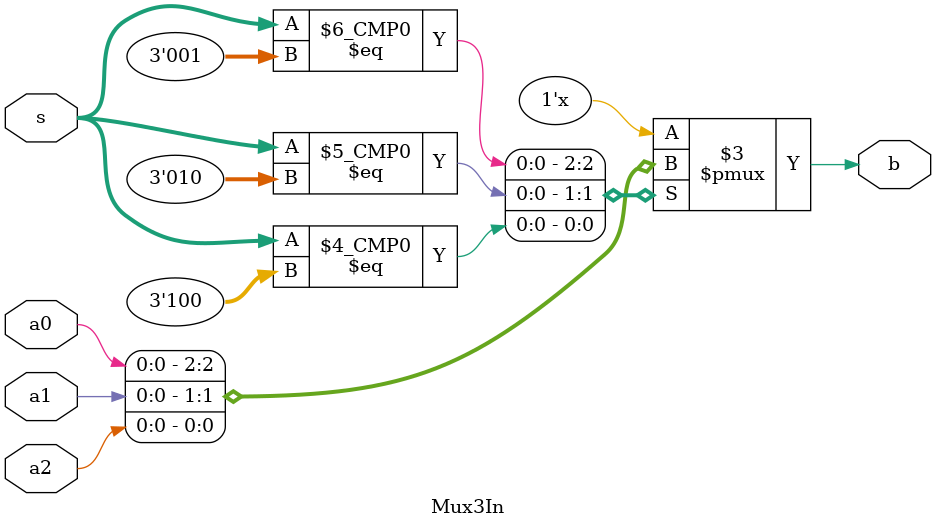
<source format=v>
/*
One-hot select MUX with 3 inputs
*/

module Mux3In(a2, a1, a0, s, b) ;
  parameter k = 1;
  input [k-1:0] a0, a1, a2;  // inputs
  input [2:0]   s ; // one-hot select
  output[k-1:0] b ;
  reg [k-1:0] b ;

  always @(*) begin
    case(s) 
      3'b001: b = a0;
      3'b010: b = a1;
      3'b100: b = a2;
      default: b =  {k{1'bx}} ;
    endcase
  end
endmodule

</source>
